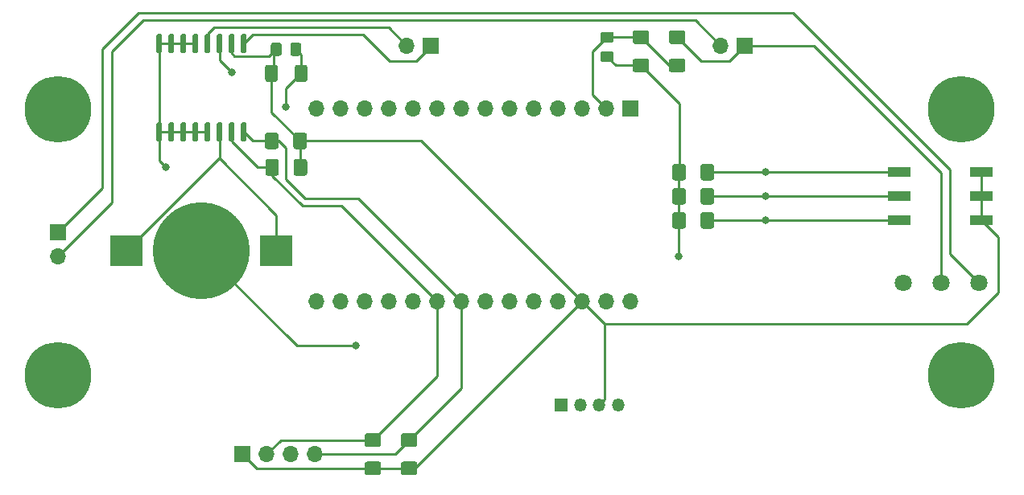
<source format=gtl>
G04 #@! TF.GenerationSoftware,KiCad,Pcbnew,(5.1.10)-1*
G04 #@! TF.CreationDate,2021-12-13T23:40:35+01:00*
G04 #@! TF.ProjectId,BikeCounter,42696b65-436f-4756-9e74-65722e6b6963,rev?*
G04 #@! TF.SameCoordinates,Original*
G04 #@! TF.FileFunction,Copper,L1,Top*
G04 #@! TF.FilePolarity,Positive*
%FSLAX46Y46*%
G04 Gerber Fmt 4.6, Leading zero omitted, Abs format (unit mm)*
G04 Created by KiCad (PCBNEW (5.1.10)-1) date 2021-12-13 23:40:35*
%MOMM*%
%LPD*%
G01*
G04 APERTURE LIST*
G04 #@! TA.AperFunction,ComponentPad*
%ADD10C,7.000000*%
G04 #@! TD*
G04 #@! TA.AperFunction,SMDPad,CuDef*
%ADD11R,3.500000X3.300000*%
G04 #@! TD*
G04 #@! TA.AperFunction,SMDPad,CuDef*
%ADD12C,10.200000*%
G04 #@! TD*
G04 #@! TA.AperFunction,ComponentPad*
%ADD13O,1.700000X1.700000*%
G04 #@! TD*
G04 #@! TA.AperFunction,ComponentPad*
%ADD14R,1.700000X1.700000*%
G04 #@! TD*
G04 #@! TA.AperFunction,ComponentPad*
%ADD15R,1.350000X1.350000*%
G04 #@! TD*
G04 #@! TA.AperFunction,ComponentPad*
%ADD16O,1.350000X1.350000*%
G04 #@! TD*
G04 #@! TA.AperFunction,ComponentPad*
%ADD17C,1.800000*%
G04 #@! TD*
G04 #@! TA.AperFunction,SMDPad,CuDef*
%ADD18R,2.440000X1.120000*%
G04 #@! TD*
G04 #@! TA.AperFunction,ViaPad*
%ADD19C,0.800000*%
G04 #@! TD*
G04 #@! TA.AperFunction,Conductor*
%ADD20C,0.250000*%
G04 #@! TD*
G04 APERTURE END LIST*
D10*
X191264000Y-75026000D03*
X191264000Y-103026000D03*
X96264000Y-103026000D03*
X96264000Y-75026000D03*
G04 #@! TA.AperFunction,SMDPad,CuDef*
G36*
G01*
X165304500Y-86116000D02*
X165304500Y-87366000D01*
G75*
G02*
X165054500Y-87616000I-250000J0D01*
G01*
X164129500Y-87616000D01*
G75*
G02*
X163879500Y-87366000I0J250000D01*
G01*
X163879500Y-86116000D01*
G75*
G02*
X164129500Y-85866000I250000J0D01*
G01*
X165054500Y-85866000D01*
G75*
G02*
X165304500Y-86116000I0J-250000D01*
G01*
G37*
G04 #@! TD.AperFunction*
G04 #@! TA.AperFunction,SMDPad,CuDef*
G36*
G01*
X162329500Y-86116000D02*
X162329500Y-87366000D01*
G75*
G02*
X162079500Y-87616000I-250000J0D01*
G01*
X161154500Y-87616000D01*
G75*
G02*
X160904500Y-87366000I0J250000D01*
G01*
X160904500Y-86116000D01*
G75*
G02*
X161154500Y-85866000I250000J0D01*
G01*
X162079500Y-85866000D01*
G75*
G02*
X162329500Y-86116000I0J-250000D01*
G01*
G37*
G04 #@! TD.AperFunction*
D11*
X103479000Y-89916000D03*
X119279000Y-89916000D03*
D12*
X111379000Y-89916000D03*
D13*
X156464000Y-95250000D03*
X151384000Y-95250000D03*
X136144000Y-95250000D03*
X153924000Y-95250000D03*
X131064000Y-95250000D03*
X128524000Y-95250000D03*
X148844000Y-95250000D03*
X123444000Y-95250000D03*
X125984000Y-95250000D03*
X138684000Y-95250000D03*
X141224000Y-95250000D03*
X143764000Y-95250000D03*
X146304000Y-95250000D03*
X133604000Y-95250000D03*
D14*
X156464000Y-74930000D03*
D13*
X133604000Y-74930000D03*
X146304000Y-74930000D03*
X128524000Y-74930000D03*
X131064000Y-74930000D03*
X153924000Y-74930000D03*
X136144000Y-74930000D03*
X143764000Y-74930000D03*
X125984000Y-74930000D03*
X123444000Y-74930000D03*
X148844000Y-74930000D03*
X151384000Y-74930000D03*
X141224000Y-74930000D03*
X138684000Y-74930000D03*
D15*
X149225000Y-106172000D03*
D16*
X151225000Y-106172000D03*
X153225000Y-106172000D03*
X155225000Y-106172000D03*
D13*
X132969000Y-68326000D03*
D14*
X135509000Y-68326000D03*
D17*
X185167000Y-93345000D03*
X189167000Y-93345000D03*
X193167000Y-93345000D03*
D13*
X165989000Y-68326000D03*
D14*
X168529000Y-68326000D03*
D13*
X96264000Y-90566000D03*
D14*
X96264000Y-88026000D03*
G04 #@! TA.AperFunction,SMDPad,CuDef*
G36*
G01*
X130038000Y-113579000D02*
X128788000Y-113579000D01*
G75*
G02*
X128538000Y-113329000I0J250000D01*
G01*
X128538000Y-112404000D01*
G75*
G02*
X128788000Y-112154000I250000J0D01*
G01*
X130038000Y-112154000D01*
G75*
G02*
X130288000Y-112404000I0J-250000D01*
G01*
X130288000Y-113329000D01*
G75*
G02*
X130038000Y-113579000I-250000J0D01*
G01*
G37*
G04 #@! TD.AperFunction*
G04 #@! TA.AperFunction,SMDPad,CuDef*
G36*
G01*
X130038000Y-110604000D02*
X128788000Y-110604000D01*
G75*
G02*
X128538000Y-110354000I0J250000D01*
G01*
X128538000Y-109429000D01*
G75*
G02*
X128788000Y-109179000I250000J0D01*
G01*
X130038000Y-109179000D01*
G75*
G02*
X130288000Y-109429000I0J-250000D01*
G01*
X130288000Y-110354000D01*
G75*
G02*
X130038000Y-110604000I-250000J0D01*
G01*
G37*
G04 #@! TD.AperFunction*
G04 #@! TA.AperFunction,SMDPad,CuDef*
G36*
G01*
X133848000Y-113579000D02*
X132598000Y-113579000D01*
G75*
G02*
X132348000Y-113329000I0J250000D01*
G01*
X132348000Y-112404000D01*
G75*
G02*
X132598000Y-112154000I250000J0D01*
G01*
X133848000Y-112154000D01*
G75*
G02*
X134098000Y-112404000I0J-250000D01*
G01*
X134098000Y-113329000D01*
G75*
G02*
X133848000Y-113579000I-250000J0D01*
G01*
G37*
G04 #@! TD.AperFunction*
G04 #@! TA.AperFunction,SMDPad,CuDef*
G36*
G01*
X133848000Y-110604000D02*
X132598000Y-110604000D01*
G75*
G02*
X132348000Y-110354000I0J250000D01*
G01*
X132348000Y-109429000D01*
G75*
G02*
X132598000Y-109179000I250000J0D01*
G01*
X133848000Y-109179000D01*
G75*
G02*
X134098000Y-109429000I0J-250000D01*
G01*
X134098000Y-110354000D01*
G75*
G02*
X133848000Y-110604000I-250000J0D01*
G01*
G37*
G04 #@! TD.AperFunction*
X115697000Y-111379000D03*
D13*
X118237000Y-111379000D03*
X120777000Y-111379000D03*
X123317000Y-111379000D03*
G04 #@! TA.AperFunction,SMDPad,CuDef*
G36*
G01*
X156982000Y-66724500D02*
X158232000Y-66724500D01*
G75*
G02*
X158482000Y-66974500I0J-250000D01*
G01*
X158482000Y-67899500D01*
G75*
G02*
X158232000Y-68149500I-250000J0D01*
G01*
X156982000Y-68149500D01*
G75*
G02*
X156732000Y-67899500I0J250000D01*
G01*
X156732000Y-66974500D01*
G75*
G02*
X156982000Y-66724500I250000J0D01*
G01*
G37*
G04 #@! TD.AperFunction*
G04 #@! TA.AperFunction,SMDPad,CuDef*
G36*
G01*
X156982000Y-69699500D02*
X158232000Y-69699500D01*
G75*
G02*
X158482000Y-69949500I0J-250000D01*
G01*
X158482000Y-70874500D01*
G75*
G02*
X158232000Y-71124500I-250000J0D01*
G01*
X156982000Y-71124500D01*
G75*
G02*
X156732000Y-70874500I0J250000D01*
G01*
X156732000Y-69949500D01*
G75*
G02*
X156982000Y-69699500I250000J0D01*
G01*
G37*
G04 #@! TD.AperFunction*
G04 #@! TA.AperFunction,SMDPad,CuDef*
G36*
G01*
X160792000Y-66724500D02*
X162042000Y-66724500D01*
G75*
G02*
X162292000Y-66974500I0J-250000D01*
G01*
X162292000Y-67899500D01*
G75*
G02*
X162042000Y-68149500I-250000J0D01*
G01*
X160792000Y-68149500D01*
G75*
G02*
X160542000Y-67899500I0J250000D01*
G01*
X160542000Y-66974500D01*
G75*
G02*
X160792000Y-66724500I250000J0D01*
G01*
G37*
G04 #@! TD.AperFunction*
G04 #@! TA.AperFunction,SMDPad,CuDef*
G36*
G01*
X160792000Y-69699500D02*
X162042000Y-69699500D01*
G75*
G02*
X162292000Y-69949500I0J-250000D01*
G01*
X162292000Y-70874500D01*
G75*
G02*
X162042000Y-71124500I-250000J0D01*
G01*
X160792000Y-71124500D01*
G75*
G02*
X160542000Y-70874500I0J250000D01*
G01*
X160542000Y-69949500D01*
G75*
G02*
X160792000Y-69699500I250000J0D01*
G01*
G37*
G04 #@! TD.AperFunction*
G04 #@! TA.AperFunction,SMDPad,CuDef*
G36*
G01*
X153600999Y-66862000D02*
X154501001Y-66862000D01*
G75*
G02*
X154751000Y-67111999I0J-249999D01*
G01*
X154751000Y-67762001D01*
G75*
G02*
X154501001Y-68012000I-249999J0D01*
G01*
X153600999Y-68012000D01*
G75*
G02*
X153351000Y-67762001I0J249999D01*
G01*
X153351000Y-67111999D01*
G75*
G02*
X153600999Y-66862000I249999J0D01*
G01*
G37*
G04 #@! TD.AperFunction*
G04 #@! TA.AperFunction,SMDPad,CuDef*
G36*
G01*
X153600999Y-68912000D02*
X154501001Y-68912000D01*
G75*
G02*
X154751000Y-69161999I0J-249999D01*
G01*
X154751000Y-69812001D01*
G75*
G02*
X154501001Y-70062000I-249999J0D01*
G01*
X153600999Y-70062000D01*
G75*
G02*
X153351000Y-69812001I0J249999D01*
G01*
X153351000Y-69161999D01*
G75*
G02*
X153600999Y-68912000I249999J0D01*
G01*
G37*
G04 #@! TD.AperFunction*
G04 #@! TA.AperFunction,SMDPad,CuDef*
G36*
G01*
X115674000Y-67096000D02*
X115974000Y-67096000D01*
G75*
G02*
X116124000Y-67246000I0J-150000D01*
G01*
X116124000Y-68996000D01*
G75*
G02*
X115974000Y-69146000I-150000J0D01*
G01*
X115674000Y-69146000D01*
G75*
G02*
X115524000Y-68996000I0J150000D01*
G01*
X115524000Y-67246000D01*
G75*
G02*
X115674000Y-67096000I150000J0D01*
G01*
G37*
G04 #@! TD.AperFunction*
G04 #@! TA.AperFunction,SMDPad,CuDef*
G36*
G01*
X114404000Y-67096000D02*
X114704000Y-67096000D01*
G75*
G02*
X114854000Y-67246000I0J-150000D01*
G01*
X114854000Y-68996000D01*
G75*
G02*
X114704000Y-69146000I-150000J0D01*
G01*
X114404000Y-69146000D01*
G75*
G02*
X114254000Y-68996000I0J150000D01*
G01*
X114254000Y-67246000D01*
G75*
G02*
X114404000Y-67096000I150000J0D01*
G01*
G37*
G04 #@! TD.AperFunction*
G04 #@! TA.AperFunction,SMDPad,CuDef*
G36*
G01*
X113134000Y-67096000D02*
X113434000Y-67096000D01*
G75*
G02*
X113584000Y-67246000I0J-150000D01*
G01*
X113584000Y-68996000D01*
G75*
G02*
X113434000Y-69146000I-150000J0D01*
G01*
X113134000Y-69146000D01*
G75*
G02*
X112984000Y-68996000I0J150000D01*
G01*
X112984000Y-67246000D01*
G75*
G02*
X113134000Y-67096000I150000J0D01*
G01*
G37*
G04 #@! TD.AperFunction*
G04 #@! TA.AperFunction,SMDPad,CuDef*
G36*
G01*
X111864000Y-67096000D02*
X112164000Y-67096000D01*
G75*
G02*
X112314000Y-67246000I0J-150000D01*
G01*
X112314000Y-68996000D01*
G75*
G02*
X112164000Y-69146000I-150000J0D01*
G01*
X111864000Y-69146000D01*
G75*
G02*
X111714000Y-68996000I0J150000D01*
G01*
X111714000Y-67246000D01*
G75*
G02*
X111864000Y-67096000I150000J0D01*
G01*
G37*
G04 #@! TD.AperFunction*
G04 #@! TA.AperFunction,SMDPad,CuDef*
G36*
G01*
X110594000Y-67096000D02*
X110894000Y-67096000D01*
G75*
G02*
X111044000Y-67246000I0J-150000D01*
G01*
X111044000Y-68996000D01*
G75*
G02*
X110894000Y-69146000I-150000J0D01*
G01*
X110594000Y-69146000D01*
G75*
G02*
X110444000Y-68996000I0J150000D01*
G01*
X110444000Y-67246000D01*
G75*
G02*
X110594000Y-67096000I150000J0D01*
G01*
G37*
G04 #@! TD.AperFunction*
G04 #@! TA.AperFunction,SMDPad,CuDef*
G36*
G01*
X109324000Y-67096000D02*
X109624000Y-67096000D01*
G75*
G02*
X109774000Y-67246000I0J-150000D01*
G01*
X109774000Y-68996000D01*
G75*
G02*
X109624000Y-69146000I-150000J0D01*
G01*
X109324000Y-69146000D01*
G75*
G02*
X109174000Y-68996000I0J150000D01*
G01*
X109174000Y-67246000D01*
G75*
G02*
X109324000Y-67096000I150000J0D01*
G01*
G37*
G04 #@! TD.AperFunction*
G04 #@! TA.AperFunction,SMDPad,CuDef*
G36*
G01*
X108054000Y-67096000D02*
X108354000Y-67096000D01*
G75*
G02*
X108504000Y-67246000I0J-150000D01*
G01*
X108504000Y-68996000D01*
G75*
G02*
X108354000Y-69146000I-150000J0D01*
G01*
X108054000Y-69146000D01*
G75*
G02*
X107904000Y-68996000I0J150000D01*
G01*
X107904000Y-67246000D01*
G75*
G02*
X108054000Y-67096000I150000J0D01*
G01*
G37*
G04 #@! TD.AperFunction*
G04 #@! TA.AperFunction,SMDPad,CuDef*
G36*
G01*
X106784000Y-67096000D02*
X107084000Y-67096000D01*
G75*
G02*
X107234000Y-67246000I0J-150000D01*
G01*
X107234000Y-68996000D01*
G75*
G02*
X107084000Y-69146000I-150000J0D01*
G01*
X106784000Y-69146000D01*
G75*
G02*
X106634000Y-68996000I0J150000D01*
G01*
X106634000Y-67246000D01*
G75*
G02*
X106784000Y-67096000I150000J0D01*
G01*
G37*
G04 #@! TD.AperFunction*
G04 #@! TA.AperFunction,SMDPad,CuDef*
G36*
G01*
X106784000Y-76396000D02*
X107084000Y-76396000D01*
G75*
G02*
X107234000Y-76546000I0J-150000D01*
G01*
X107234000Y-78296000D01*
G75*
G02*
X107084000Y-78446000I-150000J0D01*
G01*
X106784000Y-78446000D01*
G75*
G02*
X106634000Y-78296000I0J150000D01*
G01*
X106634000Y-76546000D01*
G75*
G02*
X106784000Y-76396000I150000J0D01*
G01*
G37*
G04 #@! TD.AperFunction*
G04 #@! TA.AperFunction,SMDPad,CuDef*
G36*
G01*
X108054000Y-76396000D02*
X108354000Y-76396000D01*
G75*
G02*
X108504000Y-76546000I0J-150000D01*
G01*
X108504000Y-78296000D01*
G75*
G02*
X108354000Y-78446000I-150000J0D01*
G01*
X108054000Y-78446000D01*
G75*
G02*
X107904000Y-78296000I0J150000D01*
G01*
X107904000Y-76546000D01*
G75*
G02*
X108054000Y-76396000I150000J0D01*
G01*
G37*
G04 #@! TD.AperFunction*
G04 #@! TA.AperFunction,SMDPad,CuDef*
G36*
G01*
X109324000Y-76396000D02*
X109624000Y-76396000D01*
G75*
G02*
X109774000Y-76546000I0J-150000D01*
G01*
X109774000Y-78296000D01*
G75*
G02*
X109624000Y-78446000I-150000J0D01*
G01*
X109324000Y-78446000D01*
G75*
G02*
X109174000Y-78296000I0J150000D01*
G01*
X109174000Y-76546000D01*
G75*
G02*
X109324000Y-76396000I150000J0D01*
G01*
G37*
G04 #@! TD.AperFunction*
G04 #@! TA.AperFunction,SMDPad,CuDef*
G36*
G01*
X110594000Y-76396000D02*
X110894000Y-76396000D01*
G75*
G02*
X111044000Y-76546000I0J-150000D01*
G01*
X111044000Y-78296000D01*
G75*
G02*
X110894000Y-78446000I-150000J0D01*
G01*
X110594000Y-78446000D01*
G75*
G02*
X110444000Y-78296000I0J150000D01*
G01*
X110444000Y-76546000D01*
G75*
G02*
X110594000Y-76396000I150000J0D01*
G01*
G37*
G04 #@! TD.AperFunction*
G04 #@! TA.AperFunction,SMDPad,CuDef*
G36*
G01*
X111864000Y-76396000D02*
X112164000Y-76396000D01*
G75*
G02*
X112314000Y-76546000I0J-150000D01*
G01*
X112314000Y-78296000D01*
G75*
G02*
X112164000Y-78446000I-150000J0D01*
G01*
X111864000Y-78446000D01*
G75*
G02*
X111714000Y-78296000I0J150000D01*
G01*
X111714000Y-76546000D01*
G75*
G02*
X111864000Y-76396000I150000J0D01*
G01*
G37*
G04 #@! TD.AperFunction*
G04 #@! TA.AperFunction,SMDPad,CuDef*
G36*
G01*
X113134000Y-76396000D02*
X113434000Y-76396000D01*
G75*
G02*
X113584000Y-76546000I0J-150000D01*
G01*
X113584000Y-78296000D01*
G75*
G02*
X113434000Y-78446000I-150000J0D01*
G01*
X113134000Y-78446000D01*
G75*
G02*
X112984000Y-78296000I0J150000D01*
G01*
X112984000Y-76546000D01*
G75*
G02*
X113134000Y-76396000I150000J0D01*
G01*
G37*
G04 #@! TD.AperFunction*
G04 #@! TA.AperFunction,SMDPad,CuDef*
G36*
G01*
X114404000Y-76396000D02*
X114704000Y-76396000D01*
G75*
G02*
X114854000Y-76546000I0J-150000D01*
G01*
X114854000Y-78296000D01*
G75*
G02*
X114704000Y-78446000I-150000J0D01*
G01*
X114404000Y-78446000D01*
G75*
G02*
X114254000Y-78296000I0J150000D01*
G01*
X114254000Y-76546000D01*
G75*
G02*
X114404000Y-76396000I150000J0D01*
G01*
G37*
G04 #@! TD.AperFunction*
G04 #@! TA.AperFunction,SMDPad,CuDef*
G36*
G01*
X115674000Y-76396000D02*
X115974000Y-76396000D01*
G75*
G02*
X116124000Y-76546000I0J-150000D01*
G01*
X116124000Y-78296000D01*
G75*
G02*
X115974000Y-78446000I-150000J0D01*
G01*
X115674000Y-78446000D01*
G75*
G02*
X115524000Y-78296000I0J150000D01*
G01*
X115524000Y-76546000D01*
G75*
G02*
X115674000Y-76396000I150000J0D01*
G01*
G37*
G04 #@! TD.AperFunction*
D18*
X184798000Y-81661000D03*
X193408000Y-86741000D03*
X184798000Y-84201000D03*
X193408000Y-84201000D03*
X184798000Y-86741000D03*
X193408000Y-81661000D03*
G04 #@! TA.AperFunction,SMDPad,CuDef*
G36*
G01*
X165304500Y-81036000D02*
X165304500Y-82286000D01*
G75*
G02*
X165054500Y-82536000I-250000J0D01*
G01*
X164129500Y-82536000D01*
G75*
G02*
X163879500Y-82286000I0J250000D01*
G01*
X163879500Y-81036000D01*
G75*
G02*
X164129500Y-80786000I250000J0D01*
G01*
X165054500Y-80786000D01*
G75*
G02*
X165304500Y-81036000I0J-250000D01*
G01*
G37*
G04 #@! TD.AperFunction*
G04 #@! TA.AperFunction,SMDPad,CuDef*
G36*
G01*
X162329500Y-81036000D02*
X162329500Y-82286000D01*
G75*
G02*
X162079500Y-82536000I-250000J0D01*
G01*
X161154500Y-82536000D01*
G75*
G02*
X160904500Y-82286000I0J250000D01*
G01*
X160904500Y-81036000D01*
G75*
G02*
X161154500Y-80786000I250000J0D01*
G01*
X162079500Y-80786000D01*
G75*
G02*
X162329500Y-81036000I0J-250000D01*
G01*
G37*
G04 #@! TD.AperFunction*
G04 #@! TA.AperFunction,SMDPad,CuDef*
G36*
G01*
X165304500Y-83576000D02*
X165304500Y-84826000D01*
G75*
G02*
X165054500Y-85076000I-250000J0D01*
G01*
X164129500Y-85076000D01*
G75*
G02*
X163879500Y-84826000I0J250000D01*
G01*
X163879500Y-83576000D01*
G75*
G02*
X164129500Y-83326000I250000J0D01*
G01*
X165054500Y-83326000D01*
G75*
G02*
X165304500Y-83576000I0J-250000D01*
G01*
G37*
G04 #@! TD.AperFunction*
G04 #@! TA.AperFunction,SMDPad,CuDef*
G36*
G01*
X162329500Y-83576000D02*
X162329500Y-84826000D01*
G75*
G02*
X162079500Y-85076000I-250000J0D01*
G01*
X161154500Y-85076000D01*
G75*
G02*
X160904500Y-84826000I0J250000D01*
G01*
X160904500Y-83576000D01*
G75*
G02*
X161154500Y-83326000I250000J0D01*
G01*
X162079500Y-83326000D01*
G75*
G02*
X162329500Y-83576000I0J-250000D01*
G01*
G37*
G04 #@! TD.AperFunction*
G04 #@! TA.AperFunction,SMDPad,CuDef*
G36*
G01*
X122469000Y-77734000D02*
X122469000Y-78984000D01*
G75*
G02*
X122219000Y-79234000I-250000J0D01*
G01*
X121294000Y-79234000D01*
G75*
G02*
X121044000Y-78984000I0J250000D01*
G01*
X121044000Y-77734000D01*
G75*
G02*
X121294000Y-77484000I250000J0D01*
G01*
X122219000Y-77484000D01*
G75*
G02*
X122469000Y-77734000I0J-250000D01*
G01*
G37*
G04 #@! TD.AperFunction*
G04 #@! TA.AperFunction,SMDPad,CuDef*
G36*
G01*
X119494000Y-77734000D02*
X119494000Y-78984000D01*
G75*
G02*
X119244000Y-79234000I-250000J0D01*
G01*
X118319000Y-79234000D01*
G75*
G02*
X118069000Y-78984000I0J250000D01*
G01*
X118069000Y-77734000D01*
G75*
G02*
X118319000Y-77484000I250000J0D01*
G01*
X119244000Y-77484000D01*
G75*
G02*
X119494000Y-77734000I0J-250000D01*
G01*
G37*
G04 #@! TD.AperFunction*
G04 #@! TA.AperFunction,SMDPad,CuDef*
G36*
G01*
X122505500Y-80528000D02*
X122505500Y-81778000D01*
G75*
G02*
X122255500Y-82028000I-250000J0D01*
G01*
X121330500Y-82028000D01*
G75*
G02*
X121080500Y-81778000I0J250000D01*
G01*
X121080500Y-80528000D01*
G75*
G02*
X121330500Y-80278000I250000J0D01*
G01*
X122255500Y-80278000D01*
G75*
G02*
X122505500Y-80528000I0J-250000D01*
G01*
G37*
G04 #@! TD.AperFunction*
G04 #@! TA.AperFunction,SMDPad,CuDef*
G36*
G01*
X119530500Y-80528000D02*
X119530500Y-81778000D01*
G75*
G02*
X119280500Y-82028000I-250000J0D01*
G01*
X118355500Y-82028000D01*
G75*
G02*
X118105500Y-81778000I0J250000D01*
G01*
X118105500Y-80528000D01*
G75*
G02*
X118355500Y-80278000I250000J0D01*
G01*
X119280500Y-80278000D01*
G75*
G02*
X119530500Y-80528000I0J-250000D01*
G01*
G37*
G04 #@! TD.AperFunction*
G04 #@! TA.AperFunction,SMDPad,CuDef*
G36*
G01*
X118678000Y-69157001D02*
X118678000Y-68256999D01*
G75*
G02*
X118927999Y-68007000I249999J0D01*
G01*
X119578001Y-68007000D01*
G75*
G02*
X119828000Y-68256999I0J-249999D01*
G01*
X119828000Y-69157001D01*
G75*
G02*
X119578001Y-69407000I-249999J0D01*
G01*
X118927999Y-69407000D01*
G75*
G02*
X118678000Y-69157001I0J249999D01*
G01*
G37*
G04 #@! TD.AperFunction*
G04 #@! TA.AperFunction,SMDPad,CuDef*
G36*
G01*
X120728000Y-69157001D02*
X120728000Y-68256999D01*
G75*
G02*
X120977999Y-68007000I249999J0D01*
G01*
X121628001Y-68007000D01*
G75*
G02*
X121878000Y-68256999I0J-249999D01*
G01*
X121878000Y-69157001D01*
G75*
G02*
X121628001Y-69407000I-249999J0D01*
G01*
X120977999Y-69407000D01*
G75*
G02*
X120728000Y-69157001I0J249999D01*
G01*
G37*
G04 #@! TD.AperFunction*
G04 #@! TA.AperFunction,SMDPad,CuDef*
G36*
G01*
X118082500Y-71897003D02*
X118082500Y-70596997D01*
G75*
G02*
X118332497Y-70347000I249997J0D01*
G01*
X119157503Y-70347000D01*
G75*
G02*
X119407500Y-70596997I0J-249997D01*
G01*
X119407500Y-71897003D01*
G75*
G02*
X119157503Y-72147000I-249997J0D01*
G01*
X118332497Y-72147000D01*
G75*
G02*
X118082500Y-71897003I0J249997D01*
G01*
G37*
G04 #@! TD.AperFunction*
G04 #@! TA.AperFunction,SMDPad,CuDef*
G36*
G01*
X121207500Y-71897003D02*
X121207500Y-70596997D01*
G75*
G02*
X121457497Y-70347000I249997J0D01*
G01*
X122282503Y-70347000D01*
G75*
G02*
X122532500Y-70596997I0J-249997D01*
G01*
X122532500Y-71897003D01*
G75*
G02*
X122282503Y-72147000I-249997J0D01*
G01*
X121457497Y-72147000D01*
G75*
G02*
X121207500Y-71897003I0J249997D01*
G01*
G37*
G04 #@! TD.AperFunction*
D19*
X170688000Y-84201000D03*
X170688000Y-81661000D03*
X161544000Y-90551000D03*
X127635000Y-99949000D03*
X107607998Y-81153000D03*
X120269000Y-74803000D03*
X170688000Y-86741000D03*
X114554000Y-71120000D03*
D20*
X193408000Y-81661000D02*
X193408000Y-86741000D01*
X195199000Y-88532000D02*
X193408000Y-86741000D01*
X195199000Y-94361000D02*
X195199000Y-88532000D01*
X191897000Y-97663000D02*
X195199000Y-94361000D01*
X153797000Y-97663000D02*
X191897000Y-97663000D01*
X151384000Y-95250000D02*
X153797000Y-97663000D01*
X114879010Y-69471010D02*
X114554000Y-69146000D01*
X118488990Y-69471010D02*
X114879010Y-69471010D01*
X114554000Y-69146000D02*
X114554000Y-68121000D01*
X119253000Y-68707000D02*
X118488990Y-69471010D01*
X118999000Y-68961000D02*
X119253000Y-68707000D01*
X118999000Y-70993000D02*
X118999000Y-68961000D01*
X118745000Y-71247000D02*
X118999000Y-70993000D01*
X118745000Y-75347500D02*
X121756500Y-78359000D01*
X118745000Y-71247000D02*
X118745000Y-75347500D01*
X121756500Y-81116500D02*
X121793000Y-81153000D01*
X121756500Y-78359000D02*
X121756500Y-81116500D01*
X134493000Y-78359000D02*
X151384000Y-95250000D01*
X121756500Y-78359000D02*
X134493000Y-78359000D01*
X133223000Y-112866500D02*
X129413000Y-112866500D01*
X151384000Y-95250000D02*
X133767500Y-112866500D01*
X133767500Y-112866500D02*
X133223000Y-112866500D01*
X117184500Y-112866500D02*
X129413000Y-112866500D01*
X115697000Y-111379000D02*
X117184500Y-112866500D01*
X153797000Y-105600000D02*
X153225000Y-106172000D01*
X153797000Y-97663000D02*
X153797000Y-105600000D01*
X184798000Y-84201000D02*
X170688000Y-84201000D01*
X170688000Y-84201000D02*
X164592000Y-84201000D01*
X184798000Y-81661000D02*
X170688000Y-81661000D01*
X170688000Y-81661000D02*
X164592000Y-81661000D01*
X121870000Y-69274000D02*
X121303000Y-68707000D01*
X121870000Y-71247000D02*
X121870000Y-69274000D01*
X106934000Y-68121000D02*
X108204000Y-68121000D01*
X108204000Y-68121000D02*
X110744000Y-68121000D01*
X106934000Y-77421000D02*
X112014000Y-77421000D01*
X154976000Y-70412000D02*
X154051000Y-69487000D01*
X157607000Y-70412000D02*
X154976000Y-70412000D01*
X106934000Y-68121000D02*
X106934000Y-77421000D01*
X161544000Y-81734000D02*
X161617000Y-81661000D01*
X161544000Y-90551000D02*
X161544000Y-81734000D01*
X161617000Y-74422000D02*
X161617000Y-81661000D01*
X157607000Y-70412000D02*
X161617000Y-74422000D01*
X121412000Y-99949000D02*
X111379000Y-89916000D01*
X127635000Y-99949000D02*
X121412000Y-99949000D01*
X107607998Y-81153000D02*
X106934000Y-80479002D01*
X106934000Y-80479002D02*
X106934000Y-77421000D01*
X120269000Y-72848000D02*
X121870000Y-71247000D01*
X120269000Y-74803000D02*
X120269000Y-72848000D01*
X184798000Y-86741000D02*
X170688000Y-86741000D01*
X170688000Y-86741000D02*
X164592000Y-86741000D01*
X160582000Y-70412000D02*
X157607000Y-67437000D01*
X161417000Y-70412000D02*
X160582000Y-70412000D01*
X157607000Y-67437000D02*
X154051000Y-67437000D01*
X152527000Y-73533000D02*
X153924000Y-74930000D01*
X152527000Y-68961000D02*
X152527000Y-73533000D01*
X154051000Y-67437000D02*
X152527000Y-68961000D01*
X113284000Y-68121000D02*
X113284000Y-69850000D01*
X113284000Y-69850000D02*
X114554000Y-71120000D01*
X114554000Y-71120000D02*
X114554000Y-71120000D01*
X113284000Y-80111000D02*
X113284000Y-77421000D01*
X103479000Y-89916000D02*
X113284000Y-80111000D01*
X113284000Y-80187500D02*
X113284000Y-80111000D01*
X119279000Y-86182500D02*
X113284000Y-80187500D01*
X119279000Y-89916000D02*
X119279000Y-86182500D01*
X112014000Y-67096000D02*
X112014000Y-68121000D01*
X112689000Y-66421000D02*
X112014000Y-67096000D01*
X131064000Y-66421000D02*
X112689000Y-66421000D01*
X132969000Y-68326000D02*
X131064000Y-66421000D01*
X117261000Y-81153000D02*
X118818000Y-81153000D01*
X114554000Y-78446000D02*
X117261000Y-81153000D01*
X114554000Y-77421000D02*
X114554000Y-78446000D01*
X126111000Y-85217000D02*
X136144000Y-95250000D01*
X122007000Y-85217000D02*
X126111000Y-85217000D01*
X118818000Y-82028000D02*
X122007000Y-85217000D01*
X118818000Y-81153000D02*
X118818000Y-82028000D01*
X136144000Y-95250000D02*
X136144000Y-103160500D01*
X136144000Y-103160500D02*
X129413000Y-109891500D01*
X119724500Y-109891500D02*
X129413000Y-109891500D01*
X118237000Y-111379000D02*
X119724500Y-109891500D01*
X116762000Y-78359000D02*
X118781500Y-78359000D01*
X115824000Y-77421000D02*
X116762000Y-78359000D01*
X122301000Y-84455000D02*
X127889000Y-84455000D01*
X120269000Y-82423000D02*
X122301000Y-84455000D01*
X127889000Y-84455000D02*
X138684000Y-95250000D01*
X120269000Y-79134000D02*
X120269000Y-82423000D01*
X119494000Y-78359000D02*
X120269000Y-79134000D01*
X118781500Y-78359000D02*
X119494000Y-78359000D01*
X123317000Y-111379000D02*
X131735500Y-111379000D01*
X131735500Y-111379000D02*
X133223000Y-109891500D01*
X138684000Y-104430500D02*
X138684000Y-95250000D01*
X133223000Y-109891500D02*
X138684000Y-104430500D01*
X189167000Y-81725000D02*
X189167000Y-93345000D01*
X175768000Y-68326000D02*
X189167000Y-81725000D01*
X168529000Y-68326000D02*
X175768000Y-68326000D01*
X163957000Y-69977000D02*
X161417000Y-67437000D01*
X166878000Y-69977000D02*
X163957000Y-69977000D01*
X168529000Y-68326000D02*
X166878000Y-69977000D01*
X101981000Y-84849000D02*
X96264000Y-90566000D01*
X101981000Y-68961000D02*
X101981000Y-84849000D01*
X105283000Y-65659000D02*
X101981000Y-68961000D01*
X163322000Y-65659000D02*
X105283000Y-65659000D01*
X165989000Y-68326000D02*
X163322000Y-65659000D01*
X100965000Y-83325000D02*
X96264000Y-88026000D01*
X100965000Y-68707000D02*
X100965000Y-83325000D01*
X104775000Y-64897000D02*
X100965000Y-68707000D01*
X173609000Y-64897000D02*
X104775000Y-64897000D01*
X190119000Y-81407000D02*
X173609000Y-64897000D01*
X190119000Y-90297000D02*
X190119000Y-81407000D01*
X193167000Y-93345000D02*
X190119000Y-90297000D01*
X116762000Y-67183000D02*
X115824000Y-68121000D01*
X128397000Y-67183000D02*
X116762000Y-67183000D01*
X131191000Y-69977000D02*
X128397000Y-67183000D01*
X133985000Y-69977000D02*
X131191000Y-69977000D01*
X135509000Y-68453000D02*
X133985000Y-69977000D01*
X135509000Y-68326000D02*
X135509000Y-68453000D01*
M02*

</source>
